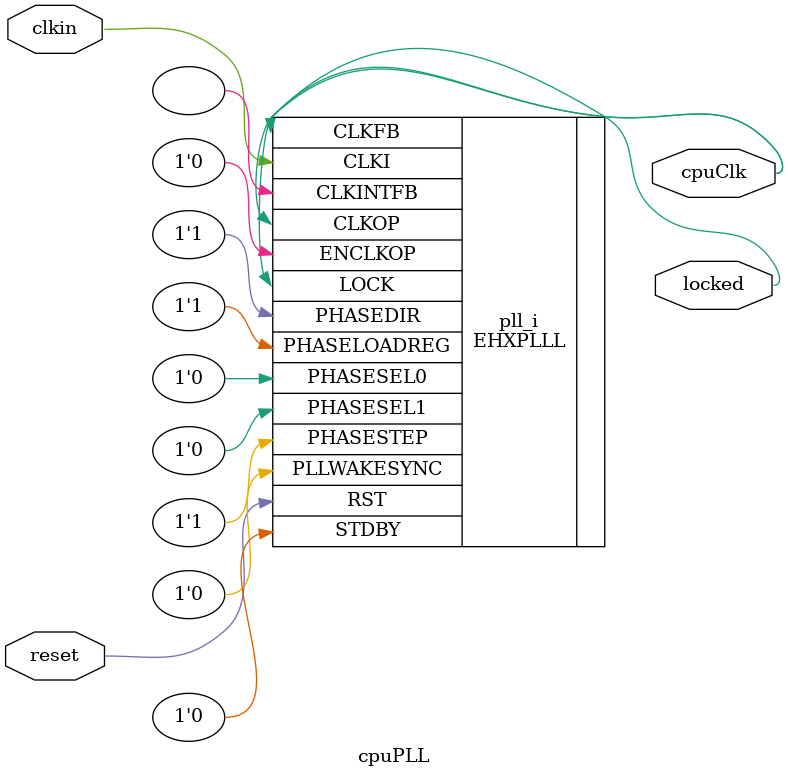
<source format=v>
module cpuPLL
(
    input reset, // 0:inactive, 1:reset
    input clkin, // 100 MHz, 0 deg
    output cpuClk, // 10 MHz, 0 deg
    output locked
);
(* FREQUENCY_PIN_CLKI="100" *)
(* FREQUENCY_PIN_CLKOP="10" *)
(* ICP_CURRENT="12" *) (* LPF_RESISTOR="8" *) (* MFG_ENABLE_FILTEROPAMP="1" *) (* MFG_GMCREF_SEL="2" *)
EHXPLLL #(
        .PLLRST_ENA("ENABLED"),
        .INTFB_WAKE("DISABLED"),
        .STDBY_ENABLE("DISABLED"),
        .DPHASE_SOURCE("DISABLED"),
        .OUTDIVIDER_MUXA("DIVA"),
        .OUTDIVIDER_MUXB("DIVB"),
        .OUTDIVIDER_MUXC("DIVC"),
        .OUTDIVIDER_MUXD("DIVD"),
        .CLKI_DIV(10),
        .CLKOP_ENABLE("ENABLED"),
        .CLKOP_DIV(60),
        .CLKOP_CPHASE(30),
        .CLKOP_FPHASE(0),
        .FEEDBK_PATH("CLKOP"),
        .CLKFB_DIV(1)
    ) pll_i (
        .RST(reset),
        .STDBY(1'b0),
        .CLKI(clkin),
        .CLKOP(cpuClk),
        .CLKFB(cpuClk),
        .CLKINTFB(),
        .PHASESEL0(1'b0),
        .PHASESEL1(1'b0),
        .PHASEDIR(1'b1),
        .PHASESTEP(1'b1),
        .PHASELOADREG(1'b1),
        .PLLWAKESYNC(1'b0),
        .ENCLKOP(1'b0),
        .LOCK(locked)
	);
endmodule

</source>
